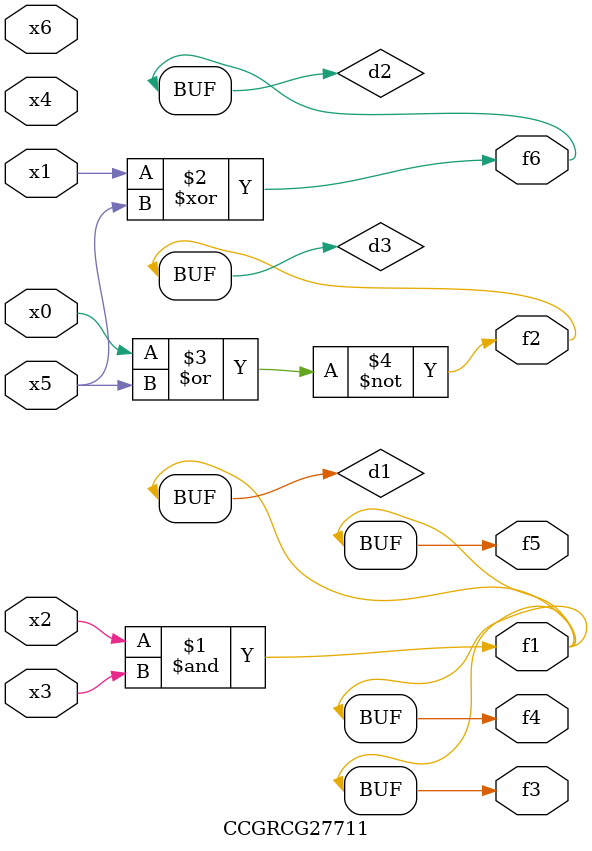
<source format=v>
module CCGRCG27711(
	input x0, x1, x2, x3, x4, x5, x6,
	output f1, f2, f3, f4, f5, f6
);

	wire d1, d2, d3;

	and (d1, x2, x3);
	xor (d2, x1, x5);
	nor (d3, x0, x5);
	assign f1 = d1;
	assign f2 = d3;
	assign f3 = d1;
	assign f4 = d1;
	assign f5 = d1;
	assign f6 = d2;
endmodule

</source>
